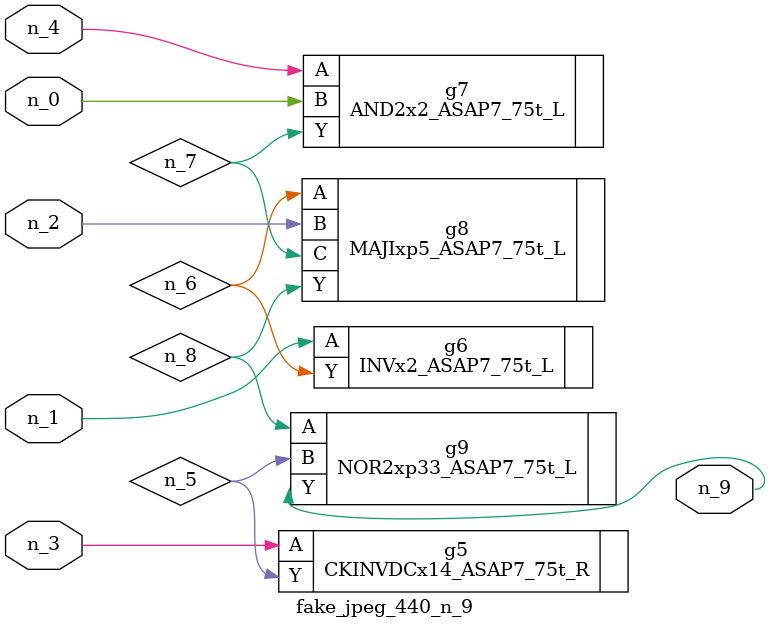
<source format=v>
module fake_jpeg_440_n_9 (n_3, n_2, n_1, n_0, n_4, n_9);

input n_3;
input n_2;
input n_1;
input n_0;
input n_4;

output n_9;

wire n_8;
wire n_6;
wire n_5;
wire n_7;

CKINVDCx14_ASAP7_75t_R g5 ( 
.A(n_3),
.Y(n_5)
);

INVx2_ASAP7_75t_L g6 ( 
.A(n_1),
.Y(n_6)
);

AND2x2_ASAP7_75t_L g7 ( 
.A(n_4),
.B(n_0),
.Y(n_7)
);

MAJIxp5_ASAP7_75t_L g8 ( 
.A(n_6),
.B(n_2),
.C(n_7),
.Y(n_8)
);

NOR2xp33_ASAP7_75t_L g9 ( 
.A(n_8),
.B(n_5),
.Y(n_9)
);


endmodule
</source>
